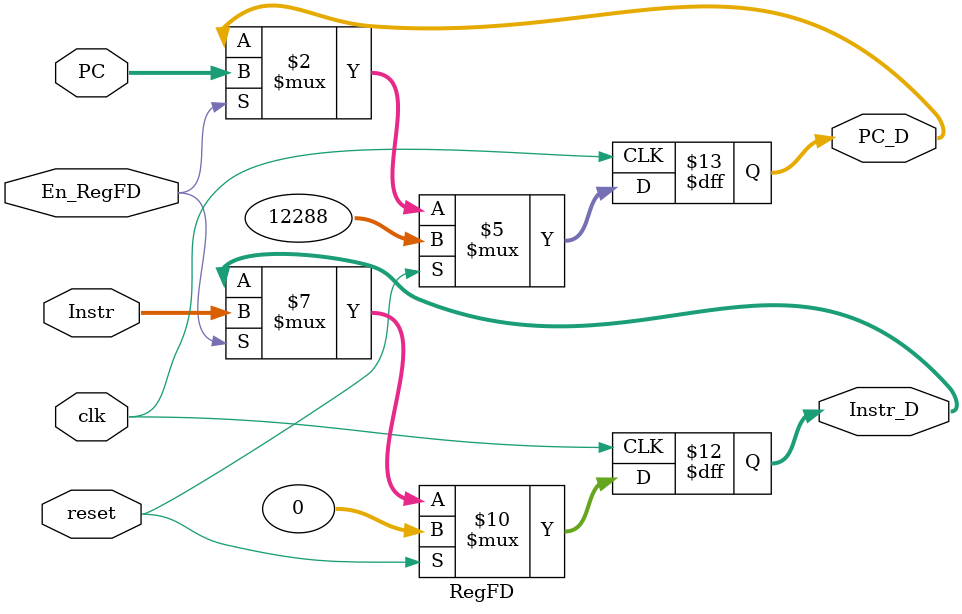
<source format=v>
`timescale 1ns / 1ps
`default_nettype none
module RegFD(
	input wire clk,
	input wire reset,
	input wire En_RegFD,
	input wire [31:0] Instr,
	input wire [31:0] PC,
	output reg [31:0] Instr_D,
	output reg [31:0] PC_D
    );
	always @(posedge clk) begin
		if (reset) begin
			Instr_D <= 32'h00000000;
			PC_D <= 32'h00003000;
		end
		else begin
			if (En_RegFD) begin
				Instr_D <= Instr;
				PC_D <= PC;
			end
		end
	end

endmodule

</source>
